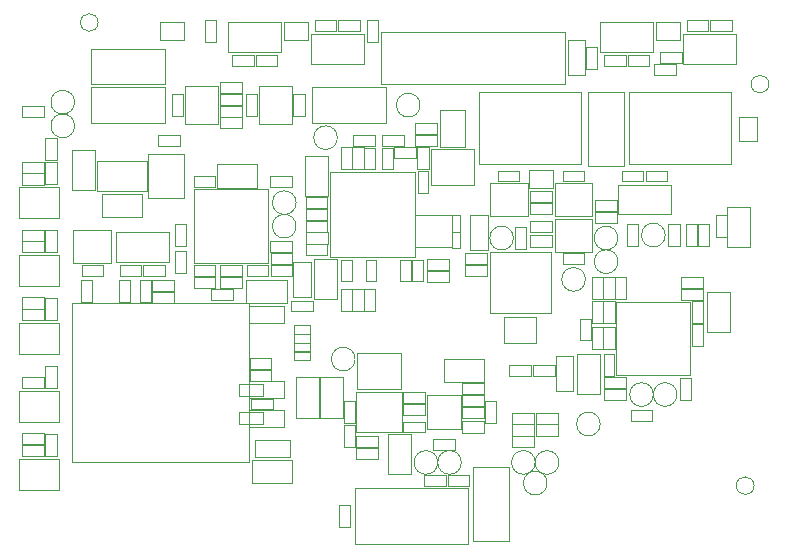
<source format=gbr>
%TF.GenerationSoftware,KiCad,Pcbnew,(5.1.10)-1*%
%TF.CreationDate,2021-08-17T14:43:39+02:00*%
%TF.ProjectId,mowi,6d6f7769-2e6b-4696-9361-645f70636258,v1.0*%
%TF.SameCoordinates,Original*%
%TF.FileFunction,Other,User*%
%FSLAX46Y46*%
G04 Gerber Fmt 4.6, Leading zero omitted, Abs format (unit mm)*
G04 Created by KiCad (PCBNEW (5.1.10)-1) date 2021-08-17 14:43:39*
%MOMM*%
%LPD*%
G01*
G04 APERTURE LIST*
%ADD10C,0.050000*%
G04 APERTURE END LIST*
D10*
%TO.C,U10*%
X117650000Y-77800000D02*
X117650000Y-75200000D01*
X121850000Y-77800000D02*
X121850000Y-75200000D01*
X117650000Y-77800000D02*
X121850000Y-77800000D01*
X117650000Y-75200000D02*
X121850000Y-75200000D01*
%TO.C,U5*%
X144600000Y-76150000D02*
X144600000Y-83350000D01*
X137400000Y-76150000D02*
X144600000Y-76150000D01*
X137400000Y-83350000D02*
X137400000Y-76150000D01*
X144600000Y-83350000D02*
X137400000Y-83350000D01*
%TO.C,U7*%
X150900000Y-88100000D02*
X150900000Y-82900000D01*
X150900000Y-82900000D02*
X156100000Y-82900000D01*
X156100000Y-82900000D02*
X156100000Y-88100000D01*
X156100000Y-88100000D02*
X150900000Y-88100000D01*
%TO.C,Q6*%
X152150000Y-90600000D02*
X154850000Y-90600000D01*
X152150000Y-90600000D02*
X152150000Y-88400000D01*
X154850000Y-88400000D02*
X154850000Y-90600000D01*
X154850000Y-88400000D02*
X152150000Y-88400000D01*
%TO.C,U21*%
X132120000Y-83870000D02*
X125880000Y-83870000D01*
X125880000Y-83870000D02*
X125880000Y-77630000D01*
X125880000Y-77630000D02*
X132120000Y-77630000D01*
X132120000Y-77630000D02*
X132120000Y-83870000D01*
%TO.C,U22*%
X161630000Y-93370000D02*
X161630000Y-87130000D01*
X161630000Y-87130000D02*
X167870000Y-87130000D01*
X167870000Y-87130000D02*
X167870000Y-93370000D01*
X167870000Y-93370000D02*
X161630000Y-93370000D01*
%TO.C,J10*%
X171360000Y-69365000D02*
X162710000Y-69365000D01*
X162710000Y-75515000D02*
X171360000Y-75515000D01*
X162710000Y-69365000D02*
X162710000Y-75515000D01*
X171360000Y-75515000D02*
X171360000Y-69365000D01*
%TO.C,J8*%
X158660000Y-69365000D02*
X150010000Y-69365000D01*
X150010000Y-75515000D02*
X158660000Y-75515000D01*
X150010000Y-69365000D02*
X150010000Y-75515000D01*
X158660000Y-75515000D02*
X158660000Y-69365000D01*
%TO.C,U9*%
X139550000Y-94800000D02*
X143450000Y-94800000D01*
X143450000Y-98200000D02*
X143450000Y-94800000D01*
X143450000Y-98200000D02*
X139550000Y-98200000D01*
X139550000Y-94800000D02*
X139550000Y-98200000D01*
%TO.C,U6*%
X146700000Y-70950000D02*
X146700000Y-74050000D01*
X146700000Y-70950000D02*
X148800000Y-70950000D01*
X148800000Y-74050000D02*
X148800000Y-70950000D01*
X148800000Y-74050000D02*
X146700000Y-74050000D01*
%TO.C,L3*%
X145900000Y-74200000D02*
X149600000Y-74200000D01*
X149600000Y-77300000D02*
X149600000Y-74200000D01*
X149600000Y-77300000D02*
X145900000Y-77300000D01*
X145900000Y-74200000D02*
X145900000Y-77300000D01*
%TO.C,D17*%
X167000200Y-65000000D02*
X167000200Y-63500000D01*
X167000200Y-65000000D02*
X165000200Y-65000000D01*
X165000200Y-63500000D02*
X167000200Y-63500000D01*
X165000200Y-63500000D02*
X165000200Y-65000000D01*
%TO.C,D13*%
X133500200Y-63500000D02*
X133500200Y-65000000D01*
X133500200Y-63500000D02*
X135500200Y-63500000D01*
X135500200Y-65000000D02*
X133500200Y-65000000D01*
X135500200Y-65000000D02*
X135500200Y-63500000D01*
%TO.C,NT1*%
X131700200Y-97500000D02*
X129700200Y-97500000D01*
X131700200Y-96500000D02*
X131700200Y-97500000D01*
X129700200Y-96500000D02*
X131700200Y-96500000D01*
X129700200Y-97500000D02*
X129700200Y-96500000D01*
%TO.C,NT2*%
X131700200Y-95100000D02*
X129700200Y-95100000D01*
X131700200Y-94100000D02*
X131700200Y-95100000D01*
X129700200Y-94100000D02*
X131700200Y-94100000D01*
X129700200Y-95100000D02*
X129700200Y-94100000D01*
%TO.C,U4*%
X130500000Y-87250000D02*
X130500000Y-100750000D01*
X115500000Y-100750000D02*
X130500000Y-100750000D01*
X130500000Y-87250000D02*
X115500000Y-87250000D01*
X115500000Y-100750000D02*
X115500000Y-87250000D01*
%TO.C,D14*%
X156250200Y-77500000D02*
X156250200Y-76000000D01*
X156250200Y-77500000D02*
X154250200Y-77500000D01*
X154250200Y-76000000D02*
X156250200Y-76000000D01*
X154250200Y-76000000D02*
X154250200Y-77500000D01*
%TO.C,C46*%
X136480200Y-93550000D02*
X134520200Y-93550000D01*
X134520200Y-93550000D02*
X134520200Y-96950000D01*
X134520200Y-96950000D02*
X136480200Y-96950000D01*
X136480200Y-96950000D02*
X136480200Y-93550000D01*
%TO.C,C45*%
X117480200Y-74300000D02*
X115520200Y-74300000D01*
X115520200Y-74300000D02*
X115520200Y-77700000D01*
X115520200Y-77700000D02*
X117480200Y-77700000D01*
X117480200Y-77700000D02*
X117480200Y-74300000D01*
%TO.C,C44*%
X138480200Y-93550000D02*
X136520200Y-93550000D01*
X136520200Y-93550000D02*
X136520200Y-96950000D01*
X136520200Y-96950000D02*
X138480200Y-96950000D01*
X138480200Y-96950000D02*
X138480200Y-93550000D01*
%TO.C,C15*%
X130520200Y-93870000D02*
X130520200Y-95330000D01*
X130520200Y-95330000D02*
X133480200Y-95330000D01*
X133480200Y-95330000D02*
X133480200Y-93870000D01*
X133480200Y-93870000D02*
X130520200Y-93870000D01*
%TO.C,C11*%
X130520200Y-96270000D02*
X130520200Y-97730000D01*
X130520200Y-97730000D02*
X133480200Y-97730000D01*
X133480200Y-97730000D02*
X133480200Y-96270000D01*
X133480200Y-96270000D02*
X130520200Y-96270000D01*
%TO.C,U20*%
X160250000Y-66000000D02*
X164750000Y-66000000D01*
X160250000Y-63500000D02*
X160250000Y-66000000D01*
X164750000Y-63500000D02*
X160250000Y-63500000D01*
X164750000Y-66000000D02*
X164750000Y-63500000D01*
%TO.C,U18*%
X171750000Y-64500000D02*
X167250000Y-64500000D01*
X171750000Y-67000000D02*
X171750000Y-64500000D01*
X167250000Y-67000000D02*
X171750000Y-67000000D01*
X167250000Y-64500000D02*
X167250000Y-67000000D01*
%TO.C,U15*%
X128750000Y-66000000D02*
X133250000Y-66000000D01*
X128750000Y-63500000D02*
X128750000Y-66000000D01*
X133250000Y-63500000D02*
X128750000Y-63500000D01*
X133250000Y-66000000D02*
X133250000Y-63500000D01*
%TO.C,U13*%
X140250000Y-64500000D02*
X135750000Y-64500000D01*
X140250000Y-67000000D02*
X140250000Y-64500000D01*
X135750000Y-67000000D02*
X140250000Y-67000000D01*
X135750000Y-64500000D02*
X135750000Y-67000000D01*
%TO.C,U2*%
X119250000Y-83750000D02*
X123750000Y-83750000D01*
X119250000Y-81250000D02*
X119250000Y-83750000D01*
X123750000Y-81250000D02*
X119250000Y-81250000D01*
X123750000Y-83750000D02*
X123750000Y-81250000D01*
%TO.C,U14*%
X166250000Y-77250000D02*
X161750000Y-77250000D01*
X166250000Y-79750000D02*
X166250000Y-77250000D01*
X161750000Y-79750000D02*
X166250000Y-79750000D01*
X161750000Y-77250000D02*
X161750000Y-79750000D01*
%TO.C,Y1*%
X147700000Y-79800000D02*
X144600000Y-79800000D01*
X144600000Y-82500000D02*
X144600000Y-79800000D01*
X144600000Y-82500000D02*
X147700000Y-82500000D01*
X147700000Y-79800000D02*
X147700000Y-82500000D01*
%TO.C,FB1*%
X131020000Y-98855000D02*
X131020000Y-100315000D01*
X131020000Y-100315000D02*
X133980000Y-100315000D01*
X133980000Y-100315000D02*
X133980000Y-98855000D01*
X133980000Y-98855000D02*
X131020000Y-98855000D01*
%TO.C,TP7*%
X152900000Y-81750000D02*
G75*
G03*
X152900000Y-81750000I-1000000J0D01*
G01*
%TO.C,R37*%
X146430000Y-73970000D02*
X146430000Y-73030000D01*
X146430000Y-73030000D02*
X144570000Y-73030000D01*
X144570000Y-73030000D02*
X144570000Y-73970000D01*
X144570000Y-73970000D02*
X146430000Y-73970000D01*
%TO.C,R36*%
X144570000Y-72030000D02*
X144570000Y-72970000D01*
X144570000Y-72970000D02*
X146430000Y-72970000D01*
X146430000Y-72970000D02*
X146430000Y-72030000D01*
X146430000Y-72030000D02*
X144570000Y-72030000D01*
%TO.C,R78*%
X134180000Y-82970000D02*
X134180000Y-82030000D01*
X134180000Y-82030000D02*
X132320000Y-82030000D01*
X132320000Y-82030000D02*
X132320000Y-82970000D01*
X132320000Y-82970000D02*
X134180000Y-82970000D01*
%TO.C,R72*%
X164680000Y-97220000D02*
X164680000Y-96280000D01*
X164680000Y-96280000D02*
X162820000Y-96280000D01*
X162820000Y-96280000D02*
X162820000Y-97220000D01*
X162820000Y-97220000D02*
X164680000Y-97220000D01*
%TO.C,J13*%
X141700000Y-68680000D02*
X157300000Y-68680000D01*
X141700000Y-68680000D02*
X141700000Y-64320000D01*
X157300000Y-64320000D02*
X141700000Y-64320000D01*
X157300000Y-64320000D02*
X157300000Y-68680000D01*
%TO.C,D9*%
X162250000Y-75650000D02*
X162250000Y-69350000D01*
X162250000Y-69350000D02*
X159250000Y-69350000D01*
X159250000Y-69350000D02*
X159250000Y-75650000D01*
X162250000Y-75650000D02*
X159250000Y-75650000D01*
%TO.C,R67*%
X138130000Y-106180000D02*
X139070000Y-106180000D01*
X139070000Y-106180000D02*
X139070000Y-104320000D01*
X139070000Y-104320000D02*
X138130000Y-104320000D01*
X138130000Y-104320000D02*
X138130000Y-106180000D01*
%TO.C,J12*%
X139500000Y-102910000D02*
X149100000Y-102910000D01*
X149100000Y-107690000D02*
X139500000Y-107690000D01*
X139500000Y-102910000D02*
X139500000Y-107690000D01*
X149100000Y-107690000D02*
X149100000Y-102910000D01*
%TO.C,D16*%
X172000000Y-73500000D02*
X173500000Y-73500000D01*
X172000000Y-73500000D02*
X172000000Y-71500000D01*
X173500000Y-71500000D02*
X173500000Y-73500000D01*
X173500000Y-71500000D02*
X172000000Y-71500000D01*
%TO.C,R76*%
X168030000Y-90930000D02*
X168970000Y-90930000D01*
X168970000Y-90930000D02*
X168970000Y-89070000D01*
X168970000Y-89070000D02*
X168030000Y-89070000D01*
X168030000Y-89070000D02*
X168030000Y-90930000D01*
%TO.C,R75*%
X168930000Y-86970000D02*
X168930000Y-86030000D01*
X168930000Y-86030000D02*
X167070000Y-86030000D01*
X167070000Y-86030000D02*
X167070000Y-86970000D01*
X167070000Y-86970000D02*
X168930000Y-86970000D01*
%TO.C,R74*%
X168930000Y-85970000D02*
X168930000Y-85030000D01*
X168930000Y-85030000D02*
X167070000Y-85030000D01*
X167070000Y-85030000D02*
X167070000Y-85970000D01*
X167070000Y-85970000D02*
X168930000Y-85970000D01*
%TO.C,FID6*%
X173280000Y-102720000D02*
G75*
G03*
X173280000Y-102720000I-750000J0D01*
G01*
%TO.C,FID5*%
X117750000Y-63500000D02*
G75*
G03*
X117750000Y-63500000I-750000J0D01*
G01*
%TO.C,FID4*%
X174530000Y-68720000D02*
G75*
G03*
X174530000Y-68720000I-750000J0D01*
G01*
%TO.C,R12*%
X120470200Y-85320000D02*
X119530200Y-85320000D01*
X119530200Y-85320000D02*
X119530200Y-87180000D01*
X119530200Y-87180000D02*
X120470200Y-87180000D01*
X120470200Y-87180000D02*
X120470200Y-85320000D01*
%TO.C,C79*%
X134300000Y-89150000D02*
X134300000Y-89850000D01*
X134300000Y-89850000D02*
X135700000Y-89850000D01*
X135700000Y-89850000D02*
X135700000Y-89150000D01*
X135700000Y-89150000D02*
X134300000Y-89150000D01*
%TO.C,C78*%
X134300000Y-89900000D02*
X134300000Y-90600000D01*
X134300000Y-90600000D02*
X135700000Y-90600000D01*
X135700000Y-90600000D02*
X135700000Y-89900000D01*
X135700000Y-89900000D02*
X134300000Y-89900000D01*
%TO.C,C77*%
X134300000Y-90650000D02*
X134300000Y-91350000D01*
X134300000Y-91350000D02*
X135700000Y-91350000D01*
X135700000Y-91350000D02*
X135700000Y-90650000D01*
X135700000Y-90650000D02*
X134300000Y-90650000D01*
%TO.C,C76*%
X134300000Y-91400000D02*
X134300000Y-92100000D01*
X134300000Y-92100000D02*
X135700000Y-92100000D01*
X135700000Y-92100000D02*
X135700000Y-91400000D01*
X135700000Y-91400000D02*
X134300000Y-91400000D01*
%TO.C,R11*%
X117220200Y-85320000D02*
X116280200Y-85320000D01*
X116280200Y-85320000D02*
X116280200Y-87180000D01*
X116280200Y-87180000D02*
X117220200Y-87180000D01*
X117220200Y-87180000D02*
X117220200Y-85320000D01*
%TO.C,C14*%
X130590000Y-92940000D02*
X130590000Y-93860000D01*
X130590000Y-93860000D02*
X132410000Y-93860000D01*
X132410000Y-93860000D02*
X132410000Y-92940000D01*
X132410000Y-92940000D02*
X130590000Y-92940000D01*
%TO.C,C13*%
X130590000Y-91940000D02*
X130590000Y-92860000D01*
X130590000Y-92860000D02*
X132410000Y-92860000D01*
X132410000Y-92860000D02*
X132410000Y-91940000D01*
X132410000Y-91940000D02*
X130590000Y-91940000D01*
%TO.C,C9*%
X122340000Y-86290000D02*
X122340000Y-87210000D01*
X122340000Y-87210000D02*
X124160000Y-87210000D01*
X124160000Y-87210000D02*
X124160000Y-86290000D01*
X124160000Y-86290000D02*
X122340000Y-86290000D01*
%TO.C,C7*%
X121290000Y-87160000D02*
X122210000Y-87160000D01*
X122210000Y-87160000D02*
X122210000Y-85340000D01*
X122210000Y-85340000D02*
X121290000Y-85340000D01*
X121290000Y-85340000D02*
X121290000Y-87160000D01*
%TO.C,R70*%
X129930000Y-70470000D02*
X129930000Y-69530000D01*
X129930000Y-69530000D02*
X128070000Y-69530000D01*
X128070000Y-69530000D02*
X128070000Y-70470000D01*
X128070000Y-70470000D02*
X129930000Y-70470000D01*
%TO.C,L5*%
X122000200Y-74650000D02*
X122000200Y-78350000D01*
X125000200Y-78350000D02*
X122000200Y-78350000D01*
X122000200Y-74650000D02*
X125000200Y-74650000D01*
X125000200Y-78350000D02*
X125000200Y-74650000D01*
%TO.C,C28*%
X141310000Y-83590000D02*
X140390000Y-83590000D01*
X140390000Y-83590000D02*
X140390000Y-85410000D01*
X140390000Y-85410000D02*
X141310000Y-85410000D01*
X141310000Y-85410000D02*
X141310000Y-83590000D01*
%TO.C,TP12*%
X155750000Y-102500000D02*
G75*
G03*
X155750000Y-102500000I-1000000J0D01*
G01*
%TO.C,R54*%
X151470000Y-95570000D02*
X150530000Y-95570000D01*
X150530000Y-95570000D02*
X150530000Y-97430000D01*
X150530000Y-97430000D02*
X151470000Y-97430000D01*
X151470000Y-97430000D02*
X151470000Y-95570000D01*
%TO.C,C19*%
X148400000Y-79800000D02*
X147700000Y-79800000D01*
X147700000Y-79800000D02*
X147700000Y-81200000D01*
X147700000Y-81200000D02*
X148400000Y-81200000D01*
X148400000Y-81200000D02*
X148400000Y-79800000D01*
%TO.C,C18*%
X147700000Y-82600000D02*
X148400000Y-82600000D01*
X148400000Y-82600000D02*
X148400000Y-81200000D01*
X148400000Y-81200000D02*
X147700000Y-81200000D01*
X147700000Y-81200000D02*
X147700000Y-82600000D01*
%TO.C,D12*%
X149500000Y-101100000D02*
X149500000Y-107400000D01*
X149500000Y-107400000D02*
X152500000Y-107400000D01*
X152500000Y-107400000D02*
X152500000Y-101100000D01*
X149500000Y-101100000D02*
X152500000Y-101100000D01*
%TO.C,D8*%
X117100000Y-68750000D02*
X123400000Y-68750000D01*
X123400000Y-68750000D02*
X123400000Y-65750000D01*
X123400000Y-65750000D02*
X117100000Y-65750000D01*
X117100000Y-68750000D02*
X117100000Y-65750000D01*
%TO.C,TP11*%
X148500000Y-100750000D02*
G75*
G03*
X148500000Y-100750000I-1000000J0D01*
G01*
%TO.C,D11*%
X135850000Y-72000000D02*
X142150000Y-72000000D01*
X142150000Y-72000000D02*
X142150000Y-69000000D01*
X142150000Y-69000000D02*
X135850000Y-69000000D01*
X135850000Y-72000000D02*
X135850000Y-69000000D01*
%TO.C,D10*%
X117100000Y-72000000D02*
X123400000Y-72000000D01*
X123400000Y-72000000D02*
X123400000Y-69000000D01*
X123400000Y-69000000D02*
X117100000Y-69000000D01*
X117100000Y-72000000D02*
X117100000Y-69000000D01*
%TO.C,C34*%
X149270000Y-82730000D02*
X150730000Y-82730000D01*
X150730000Y-82730000D02*
X150730000Y-79770000D01*
X150730000Y-79770000D02*
X149270000Y-79770000D01*
X149270000Y-79770000D02*
X149270000Y-82730000D01*
%TO.C,C71*%
X169270000Y-89700000D02*
X171230000Y-89700000D01*
X171230000Y-89700000D02*
X171230000Y-86300000D01*
X171230000Y-86300000D02*
X169270000Y-86300000D01*
X169270000Y-86300000D02*
X169270000Y-89700000D01*
%TO.C,C70*%
X127800000Y-75520000D02*
X127800000Y-77480000D01*
X127800000Y-77480000D02*
X131200000Y-77480000D01*
X131200000Y-77480000D02*
X131200000Y-75520000D01*
X131200000Y-75520000D02*
X127800000Y-75520000D01*
%TO.C,C67*%
X160230000Y-91550000D02*
X158270000Y-91550000D01*
X158270000Y-91550000D02*
X158270000Y-94950000D01*
X158270000Y-94950000D02*
X160230000Y-94950000D01*
X160230000Y-94950000D02*
X160230000Y-91550000D01*
%TO.C,C66*%
X130300000Y-85270000D02*
X130300000Y-87230000D01*
X130300000Y-87230000D02*
X133700000Y-87230000D01*
X133700000Y-87230000D02*
X133700000Y-85270000D01*
X133700000Y-85270000D02*
X130300000Y-85270000D01*
%TO.C,C43*%
X121450000Y-79980000D02*
X121450000Y-78020000D01*
X121450000Y-78020000D02*
X118050000Y-78020000D01*
X118050000Y-78020000D02*
X118050000Y-79980000D01*
X118050000Y-79980000D02*
X121450000Y-79980000D01*
%TO.C,C42*%
X144230000Y-98300000D02*
X142270000Y-98300000D01*
X142270000Y-98300000D02*
X142270000Y-101700000D01*
X142270000Y-101700000D02*
X144230000Y-101700000D01*
X144230000Y-101700000D02*
X144230000Y-98300000D01*
%TO.C,C33*%
X135270000Y-78200000D02*
X137230000Y-78200000D01*
X137230000Y-78200000D02*
X137230000Y-74800000D01*
X137230000Y-74800000D02*
X135270000Y-74800000D01*
X135270000Y-74800000D02*
X135270000Y-78200000D01*
%TO.C,C29*%
X137980000Y-83550000D02*
X136020000Y-83550000D01*
X136020000Y-83550000D02*
X136020000Y-86950000D01*
X136020000Y-86950000D02*
X137980000Y-86950000D01*
X137980000Y-86950000D02*
X137980000Y-83550000D01*
%TO.C,C23*%
X158980000Y-65020000D02*
X157520000Y-65020000D01*
X157520000Y-65020000D02*
X157520000Y-67980000D01*
X157520000Y-67980000D02*
X158980000Y-67980000D01*
X158980000Y-67980000D02*
X158980000Y-65020000D01*
%TO.C,C12*%
X130800000Y-100510000D02*
X130800000Y-102470000D01*
X130800000Y-102470000D02*
X134200000Y-102470000D01*
X134200000Y-102470000D02*
X134200000Y-100510000D01*
X134200000Y-100510000D02*
X130800000Y-100510000D01*
%TO.C,C2*%
X170970000Y-82550000D02*
X172930000Y-82550000D01*
X172930000Y-82550000D02*
X172930000Y-79150000D01*
X172930000Y-79150000D02*
X170970000Y-79150000D01*
X170970000Y-79150000D02*
X170970000Y-82550000D01*
%TO.C,C1*%
X150450000Y-93980000D02*
X150450000Y-92020000D01*
X150450000Y-92020000D02*
X147050000Y-92020000D01*
X147050000Y-92020000D02*
X147050000Y-93980000D01*
X147050000Y-93980000D02*
X150450000Y-93980000D01*
%TO.C,U19*%
X134150000Y-72100000D02*
X131350000Y-72100000D01*
X131350000Y-68900000D02*
X134150000Y-68900000D01*
X131350000Y-68900000D02*
X131350000Y-72100000D01*
X134150000Y-68900000D02*
X134150000Y-72100000D01*
%TO.C,U17*%
X150900000Y-79900000D02*
X150900000Y-77100000D01*
X154100000Y-77100000D02*
X154100000Y-79900000D01*
X154100000Y-77100000D02*
X150900000Y-77100000D01*
X154100000Y-79900000D02*
X150900000Y-79900000D01*
%TO.C,U16*%
X159600000Y-80100000D02*
X159600000Y-82900000D01*
X156400000Y-82900000D02*
X156400000Y-80100000D01*
X156400000Y-82900000D02*
X159600000Y-82900000D01*
X156400000Y-80100000D02*
X159600000Y-80100000D01*
%TO.C,U12*%
X156400000Y-79900000D02*
X156400000Y-77100000D01*
X159600000Y-77100000D02*
X159600000Y-79900000D01*
X159600000Y-77100000D02*
X156400000Y-77100000D01*
X159600000Y-79900000D02*
X156400000Y-79900000D01*
%TO.C,U11*%
X127900000Y-72105000D02*
X125100000Y-72105000D01*
X125100000Y-68905000D02*
X127900000Y-68905000D01*
X125100000Y-68905000D02*
X125100000Y-72105000D01*
X127900000Y-68905000D02*
X127900000Y-72105000D01*
%TO.C,U8*%
X148450000Y-95050000D02*
X145550000Y-95050000D01*
X145550000Y-97950000D02*
X145550000Y-95050000D01*
X145550000Y-97950000D02*
X148450000Y-97950000D01*
X148450000Y-95050000D02*
X148450000Y-97950000D01*
%TO.C,U3*%
X118850000Y-81100000D02*
X118850000Y-83900000D01*
X115650000Y-83900000D02*
X115650000Y-81100000D01*
X115650000Y-83900000D02*
X118850000Y-83900000D01*
X115650000Y-81100000D02*
X118850000Y-81100000D01*
%TO.C,TP20*%
X164750000Y-95000000D02*
G75*
G03*
X164750000Y-95000000I-1000000J0D01*
G01*
%TO.C,TP19*%
X134500000Y-80750000D02*
G75*
G03*
X134500000Y-80750000I-1000000J0D01*
G01*
%TO.C,TP18*%
X166750000Y-95000000D02*
G75*
G03*
X166750000Y-95000000I-1000000J0D01*
G01*
%TO.C,TP17*%
X134500000Y-78750000D02*
G75*
G03*
X134500000Y-78750000I-1000000J0D01*
G01*
%TO.C,TP15*%
X115750000Y-72250000D02*
G75*
G03*
X115750000Y-72250000I-1000000J0D01*
G01*
%TO.C,TP16*%
X139500000Y-92000000D02*
G75*
G03*
X139500000Y-92000000I-1000000J0D01*
G01*
%TO.C,TP14*%
X115750000Y-70250000D02*
G75*
G03*
X115750000Y-70250000I-1000000J0D01*
G01*
%TO.C,TP13*%
X146500000Y-100750000D02*
G75*
G03*
X146500000Y-100750000I-1000000J0D01*
G01*
%TO.C,TP10*%
X161750000Y-83750000D02*
G75*
G03*
X161750000Y-83750000I-1000000J0D01*
G01*
%TO.C,TP9*%
X161750000Y-81750000D02*
G75*
G03*
X161750000Y-81750000I-1000000J0D01*
G01*
%TO.C,TP8*%
X159000000Y-85250000D02*
G75*
G03*
X159000000Y-85250000I-1000000J0D01*
G01*
%TO.C,TP6*%
X145000000Y-70500000D02*
G75*
G03*
X145000000Y-70500000I-1000000J0D01*
G01*
%TO.C,TP5*%
X138000000Y-73250000D02*
G75*
G03*
X138000000Y-73250000I-1000000J0D01*
G01*
%TO.C,TP4*%
X160250000Y-97500000D02*
G75*
G03*
X160250000Y-97500000I-1000000J0D01*
G01*
%TO.C,TP3*%
X156750000Y-100750000D02*
G75*
G03*
X156750000Y-100750000I-1000000J0D01*
G01*
%TO.C,TP2*%
X165750000Y-81500000D02*
G75*
G03*
X165750000Y-81500000I-1000000J0D01*
G01*
%TO.C,TP1*%
X154750000Y-100750000D02*
G75*
G03*
X154750000Y-100750000I-1000000J0D01*
G01*
%TO.C,R88*%
X160470000Y-87070000D02*
X159530000Y-87070000D01*
X159530000Y-87070000D02*
X159530000Y-88930000D01*
X159530000Y-88930000D02*
X160470000Y-88930000D01*
X160470000Y-88930000D02*
X160470000Y-87070000D01*
%TO.C,R87*%
X161470000Y-87070000D02*
X160530000Y-87070000D01*
X160530000Y-87070000D02*
X160530000Y-88930000D01*
X160530000Y-88930000D02*
X161470000Y-88930000D01*
X161470000Y-88930000D02*
X161470000Y-87070000D01*
%TO.C,R86*%
X161470000Y-89320000D02*
X160530000Y-89320000D01*
X160530000Y-89320000D02*
X160530000Y-91180000D01*
X160530000Y-91180000D02*
X161470000Y-91180000D01*
X161470000Y-91180000D02*
X161470000Y-89320000D01*
%TO.C,R85*%
X160470000Y-89320000D02*
X159530000Y-89320000D01*
X159530000Y-89320000D02*
X159530000Y-91180000D01*
X159530000Y-91180000D02*
X160470000Y-91180000D01*
X160470000Y-91180000D02*
X160470000Y-89320000D01*
%TO.C,R84*%
X128070000Y-84030000D02*
X128070000Y-84970000D01*
X128070000Y-84970000D02*
X129930000Y-84970000D01*
X129930000Y-84970000D02*
X129930000Y-84030000D01*
X129930000Y-84030000D02*
X128070000Y-84030000D01*
%TO.C,R83*%
X128070000Y-85030000D02*
X128070000Y-85970000D01*
X128070000Y-85970000D02*
X129930000Y-85970000D01*
X129930000Y-85970000D02*
X129930000Y-85030000D01*
X129930000Y-85030000D02*
X128070000Y-85030000D01*
%TO.C,R82*%
X125820000Y-85030000D02*
X125820000Y-85970000D01*
X125820000Y-85970000D02*
X127680000Y-85970000D01*
X127680000Y-85970000D02*
X127680000Y-85030000D01*
X127680000Y-85030000D02*
X125820000Y-85030000D01*
%TO.C,R81*%
X125820000Y-84030000D02*
X125820000Y-84970000D01*
X125820000Y-84970000D02*
X127680000Y-84970000D01*
X127680000Y-84970000D02*
X127680000Y-84030000D01*
X127680000Y-84030000D02*
X125820000Y-84030000D01*
%TO.C,R80*%
X160530000Y-86930000D02*
X161470000Y-86930000D01*
X161470000Y-86930000D02*
X161470000Y-85070000D01*
X161470000Y-85070000D02*
X160530000Y-85070000D01*
X160530000Y-85070000D02*
X160530000Y-86930000D01*
%TO.C,R79*%
X125220000Y-82820000D02*
X124280000Y-82820000D01*
X124280000Y-82820000D02*
X124280000Y-84680000D01*
X124280000Y-84680000D02*
X125220000Y-84680000D01*
X125220000Y-84680000D02*
X125220000Y-82820000D01*
%TO.C,R77*%
X167970000Y-93580000D02*
X167030000Y-93580000D01*
X167030000Y-93580000D02*
X167030000Y-95440000D01*
X167030000Y-95440000D02*
X167970000Y-95440000D01*
X167970000Y-95440000D02*
X167970000Y-93580000D01*
%TO.C,R73*%
X134180000Y-77470000D02*
X134180000Y-76530000D01*
X134180000Y-76530000D02*
X132320000Y-76530000D01*
X132320000Y-76530000D02*
X132320000Y-77470000D01*
X132320000Y-77470000D02*
X134180000Y-77470000D01*
%TO.C,R71*%
X124680000Y-73970000D02*
X124680000Y-73030000D01*
X124680000Y-73030000D02*
X122820000Y-73030000D01*
X122820000Y-73030000D02*
X122820000Y-73970000D01*
X122820000Y-73970000D02*
X124680000Y-73970000D01*
%TO.C,R69*%
X129930000Y-69470000D02*
X129930000Y-68530000D01*
X129930000Y-68530000D02*
X128070000Y-68530000D01*
X128070000Y-68530000D02*
X128070000Y-69470000D01*
X128070000Y-69470000D02*
X129930000Y-69470000D01*
%TO.C,R68*%
X135220000Y-69570000D02*
X134280000Y-69570000D01*
X134280000Y-69570000D02*
X134280000Y-71430000D01*
X134280000Y-71430000D02*
X135220000Y-71430000D01*
X135220000Y-71430000D02*
X135220000Y-69570000D01*
%TO.C,R66*%
X154320000Y-77780000D02*
X154320000Y-78720000D01*
X154320000Y-78720000D02*
X156180000Y-78720000D01*
X156180000Y-78720000D02*
X156180000Y-77780000D01*
X156180000Y-77780000D02*
X154320000Y-77780000D01*
%TO.C,R65*%
X156180000Y-82470000D02*
X156180000Y-81530000D01*
X156180000Y-81530000D02*
X154320000Y-81530000D01*
X154320000Y-81530000D02*
X154320000Y-82470000D01*
X154320000Y-82470000D02*
X156180000Y-82470000D01*
%TO.C,R64*%
X154320000Y-78780000D02*
X154320000Y-79720000D01*
X154320000Y-79720000D02*
X156180000Y-79720000D01*
X156180000Y-79720000D02*
X156180000Y-78780000D01*
X156180000Y-78780000D02*
X154320000Y-78780000D01*
%TO.C,R63*%
X156180000Y-81220000D02*
X156180000Y-80280000D01*
X156180000Y-80280000D02*
X154320000Y-80280000D01*
X154320000Y-80280000D02*
X154320000Y-81220000D01*
X154320000Y-81220000D02*
X156180000Y-81220000D01*
%TO.C,R62*%
X159820000Y-78530000D02*
X159820000Y-79470000D01*
X159820000Y-79470000D02*
X161680000Y-79470000D01*
X161680000Y-79470000D02*
X161680000Y-78530000D01*
X161680000Y-78530000D02*
X159820000Y-78530000D01*
%TO.C,R61*%
X128070000Y-71530000D02*
X128070000Y-72470000D01*
X128070000Y-72470000D02*
X129930000Y-72470000D01*
X129930000Y-72470000D02*
X129930000Y-71530000D01*
X129930000Y-71530000D02*
X128070000Y-71530000D01*
%TO.C,R60*%
X159820000Y-79530000D02*
X159820000Y-80470000D01*
X159820000Y-80470000D02*
X161680000Y-80470000D01*
X161680000Y-80470000D02*
X161680000Y-79530000D01*
X161680000Y-79530000D02*
X159820000Y-79530000D01*
%TO.C,R59*%
X128070000Y-70530000D02*
X128070000Y-71470000D01*
X128070000Y-71470000D02*
X129930000Y-71470000D01*
X129930000Y-71470000D02*
X129930000Y-70530000D01*
X129930000Y-70530000D02*
X128070000Y-70530000D01*
%TO.C,R58*%
X139470000Y-97570000D02*
X138530000Y-97570000D01*
X138530000Y-97570000D02*
X138530000Y-99430000D01*
X138530000Y-99430000D02*
X139470000Y-99430000D01*
X139470000Y-99430000D02*
X139470000Y-97570000D01*
%TO.C,R57*%
X139470000Y-95570000D02*
X138530000Y-95570000D01*
X138530000Y-95570000D02*
X138530000Y-97430000D01*
X138530000Y-97430000D02*
X139470000Y-97430000D01*
X139470000Y-97430000D02*
X139470000Y-95570000D01*
%TO.C,R56*%
X139570000Y-98530000D02*
X139570000Y-99470000D01*
X139570000Y-99470000D02*
X141430000Y-99470000D01*
X141430000Y-99470000D02*
X141430000Y-98530000D01*
X141430000Y-98530000D02*
X139570000Y-98530000D01*
%TO.C,R55*%
X139570000Y-99530000D02*
X139570000Y-100470000D01*
X139570000Y-100470000D02*
X141430000Y-100470000D01*
X141430000Y-100470000D02*
X141430000Y-99530000D01*
X141430000Y-99530000D02*
X139570000Y-99530000D01*
%TO.C,R53*%
X148570000Y-96030000D02*
X148570000Y-96970000D01*
X148570000Y-96970000D02*
X150430000Y-96970000D01*
X150430000Y-96970000D02*
X150430000Y-96030000D01*
X150430000Y-96030000D02*
X148570000Y-96030000D01*
%TO.C,R52*%
X148570000Y-97280000D02*
X148570000Y-98220000D01*
X148570000Y-98220000D02*
X150430000Y-98220000D01*
X150430000Y-98220000D02*
X150430000Y-97280000D01*
X150430000Y-97280000D02*
X148570000Y-97280000D01*
%TO.C,R51*%
X146070000Y-98780000D02*
X146070000Y-99720000D01*
X146070000Y-99720000D02*
X147930000Y-99720000D01*
X147930000Y-99720000D02*
X147930000Y-98780000D01*
X147930000Y-98780000D02*
X146070000Y-98780000D01*
%TO.C,R50*%
X145430000Y-96720000D02*
X145430000Y-95780000D01*
X145430000Y-95780000D02*
X143570000Y-95780000D01*
X143570000Y-95780000D02*
X143570000Y-96720000D01*
X143570000Y-96720000D02*
X145430000Y-96720000D01*
%TO.C,R49*%
X148570000Y-95030000D02*
X148570000Y-95970000D01*
X148570000Y-95970000D02*
X150430000Y-95970000D01*
X150430000Y-95970000D02*
X150430000Y-95030000D01*
X150430000Y-95030000D02*
X148570000Y-95030000D01*
%TO.C,R48*%
X148570000Y-94030000D02*
X148570000Y-94970000D01*
X148570000Y-94970000D02*
X150430000Y-94970000D01*
X150430000Y-94970000D02*
X150430000Y-94030000D01*
X150430000Y-94030000D02*
X148570000Y-94030000D01*
%TO.C,R47*%
X168470000Y-80570000D02*
X167530000Y-80570000D01*
X167530000Y-80570000D02*
X167530000Y-82430000D01*
X167530000Y-82430000D02*
X168470000Y-82430000D01*
X168470000Y-82430000D02*
X168470000Y-80570000D01*
%TO.C,R46*%
X153970000Y-80820000D02*
X153030000Y-80820000D01*
X153030000Y-80820000D02*
X153030000Y-82680000D01*
X153030000Y-82680000D02*
X153970000Y-82680000D01*
X153970000Y-82680000D02*
X153970000Y-80820000D01*
%TO.C,R43*%
X139220000Y-83570000D02*
X138280000Y-83570000D01*
X138280000Y-83570000D02*
X138280000Y-85430000D01*
X138280000Y-85430000D02*
X139220000Y-85430000D01*
X139220000Y-85430000D02*
X139220000Y-83570000D01*
%TO.C,R42*%
X139220000Y-86070000D02*
X138280000Y-86070000D01*
X138280000Y-86070000D02*
X138280000Y-87930000D01*
X138280000Y-87930000D02*
X139220000Y-87930000D01*
X139220000Y-87930000D02*
X139220000Y-86070000D01*
%TO.C,R41*%
X140220000Y-86070000D02*
X139280000Y-86070000D01*
X139280000Y-86070000D02*
X139280000Y-87930000D01*
X139280000Y-87930000D02*
X140220000Y-87930000D01*
X140220000Y-87930000D02*
X140220000Y-86070000D01*
%TO.C,R40*%
X141220000Y-86070000D02*
X140280000Y-86070000D01*
X140280000Y-86070000D02*
X140280000Y-87930000D01*
X140280000Y-87930000D02*
X141220000Y-87930000D01*
X141220000Y-87930000D02*
X141220000Y-86070000D01*
%TO.C,R45*%
X138280000Y-75930000D02*
X139220000Y-75930000D01*
X139220000Y-75930000D02*
X139220000Y-74070000D01*
X139220000Y-74070000D02*
X138280000Y-74070000D01*
X138280000Y-74070000D02*
X138280000Y-75930000D01*
%TO.C,R44*%
X137180000Y-82220000D02*
X137180000Y-81280000D01*
X137180000Y-81280000D02*
X135320000Y-81280000D01*
X135320000Y-81280000D02*
X135320000Y-82220000D01*
X135320000Y-82220000D02*
X137180000Y-82220000D01*
%TO.C,R39*%
X144280200Y-85430000D02*
X145220200Y-85430000D01*
X145220200Y-85430000D02*
X145220200Y-83570000D01*
X145220200Y-83570000D02*
X144280200Y-83570000D01*
X144280200Y-83570000D02*
X144280200Y-85430000D01*
%TO.C,R38*%
X144780000Y-75930000D02*
X145720000Y-75930000D01*
X145720000Y-75930000D02*
X145720000Y-74070000D01*
X145720000Y-74070000D02*
X144780000Y-74070000D01*
X144780000Y-74070000D02*
X144780000Y-75930000D01*
%TO.C,R35*%
X139280000Y-75930000D02*
X140220000Y-75930000D01*
X140220000Y-75930000D02*
X140220000Y-74070000D01*
X140220000Y-74070000D02*
X139280000Y-74070000D01*
X139280000Y-74070000D02*
X139280000Y-75930000D01*
%TO.C,R34*%
X141820000Y-73030000D02*
X141820000Y-73970000D01*
X141820000Y-73970000D02*
X143680000Y-73970000D01*
X143680000Y-73970000D02*
X143680000Y-73030000D01*
X143680000Y-73030000D02*
X141820000Y-73030000D01*
%TO.C,R33*%
X141180000Y-73970000D02*
X141180000Y-73030000D01*
X141180000Y-73030000D02*
X139320000Y-73030000D01*
X139320000Y-73030000D02*
X139320000Y-73970000D01*
X139320000Y-73970000D02*
X141180000Y-73970000D01*
%TO.C,R32*%
X144680000Y-74970000D02*
X144680000Y-74030000D01*
X144680000Y-74030000D02*
X142820000Y-74030000D01*
X142820000Y-74030000D02*
X142820000Y-74970000D01*
X142820000Y-74970000D02*
X144680000Y-74970000D01*
%TO.C,R31*%
X113180000Y-99220000D02*
X113180000Y-98280000D01*
X113180000Y-98280000D02*
X111320000Y-98280000D01*
X111320000Y-98280000D02*
X111320000Y-99220000D01*
X111320000Y-99220000D02*
X113180000Y-99220000D01*
%TO.C,R30*%
X113280000Y-100180000D02*
X114220000Y-100180000D01*
X114220000Y-100180000D02*
X114220000Y-98320000D01*
X114220000Y-98320000D02*
X113280000Y-98320000D01*
X113280000Y-98320000D02*
X113280000Y-100180000D01*
%TO.C,R29*%
X113190000Y-100220000D02*
X113190000Y-99280000D01*
X113190000Y-99280000D02*
X111330000Y-99280000D01*
X111330000Y-99280000D02*
X111330000Y-100220000D01*
X111330000Y-100220000D02*
X113190000Y-100220000D01*
%TO.C,R28*%
X113280000Y-94430000D02*
X114220000Y-94430000D01*
X114220000Y-94430000D02*
X114220000Y-92570000D01*
X114220000Y-92570000D02*
X113280000Y-92570000D01*
X113280000Y-92570000D02*
X113280000Y-94430000D01*
%TO.C,R27*%
X113180000Y-94470000D02*
X113180000Y-93530000D01*
X113180000Y-93530000D02*
X111320000Y-93530000D01*
X111320000Y-93530000D02*
X111320000Y-94470000D01*
X111320000Y-94470000D02*
X113180000Y-94470000D01*
%TO.C,R26*%
X113180000Y-87720000D02*
X113180000Y-86780000D01*
X113180000Y-86780000D02*
X111320000Y-86780000D01*
X111320000Y-86780000D02*
X111320000Y-87720000D01*
X111320000Y-87720000D02*
X113180000Y-87720000D01*
%TO.C,R25*%
X113180000Y-81970000D02*
X113180000Y-81030000D01*
X113180000Y-81030000D02*
X111320000Y-81030000D01*
X111320000Y-81030000D02*
X111320000Y-81970000D01*
X111320000Y-81970000D02*
X113180000Y-81970000D01*
%TO.C,R24*%
X113280000Y-88680000D02*
X114220000Y-88680000D01*
X114220000Y-88680000D02*
X114220000Y-86820000D01*
X114220000Y-86820000D02*
X113280000Y-86820000D01*
X113280000Y-86820000D02*
X113280000Y-88680000D01*
%TO.C,R23*%
X113190000Y-88720000D02*
X113190000Y-87780000D01*
X113190000Y-87780000D02*
X111330000Y-87780000D01*
X111330000Y-87780000D02*
X111330000Y-88720000D01*
X111330000Y-88720000D02*
X113190000Y-88720000D01*
%TO.C,R22*%
X113280000Y-82930000D02*
X114220000Y-82930000D01*
X114220000Y-82930000D02*
X114220000Y-81070000D01*
X114220000Y-81070000D02*
X113280000Y-81070000D01*
X113280000Y-81070000D02*
X113280000Y-82930000D01*
%TO.C,R21*%
X113180000Y-82970000D02*
X113180000Y-82030000D01*
X113180000Y-82030000D02*
X111320000Y-82030000D01*
X111320000Y-82030000D02*
X111320000Y-82970000D01*
X111320000Y-82970000D02*
X113180000Y-82970000D01*
%TO.C,R20*%
X113180000Y-76220000D02*
X113180000Y-75280000D01*
X113180000Y-75280000D02*
X111320000Y-75280000D01*
X111320000Y-75280000D02*
X111320000Y-76220000D01*
X111320000Y-76220000D02*
X113180000Y-76220000D01*
%TO.C,R19*%
X113280000Y-77180000D02*
X114220000Y-77180000D01*
X114220000Y-77180000D02*
X114220000Y-75320000D01*
X114220000Y-75320000D02*
X113280000Y-75320000D01*
X113280000Y-75320000D02*
X113280000Y-77180000D01*
%TO.C,R18*%
X113180000Y-77220000D02*
X113180000Y-76280000D01*
X113180000Y-76280000D02*
X111320000Y-76280000D01*
X111320000Y-76280000D02*
X111320000Y-77220000D01*
X111320000Y-77220000D02*
X113180000Y-77220000D01*
%TO.C,R17*%
X113180000Y-71470000D02*
X113180000Y-70530000D01*
X113180000Y-70530000D02*
X111320000Y-70530000D01*
X111320000Y-70530000D02*
X111320000Y-71470000D01*
X111320000Y-71470000D02*
X113180000Y-71470000D01*
%TO.C,R10*%
X152820000Y-96530000D02*
X152820000Y-97470000D01*
X152820000Y-97470000D02*
X154680000Y-97470000D01*
X154680000Y-97470000D02*
X154680000Y-96530000D01*
X154680000Y-96530000D02*
X152820000Y-96530000D01*
%TO.C,R9*%
X156680000Y-97470000D02*
X156680000Y-96530000D01*
X156680000Y-96530000D02*
X154820000Y-96530000D01*
X154820000Y-96530000D02*
X154820000Y-97470000D01*
X154820000Y-97470000D02*
X156680000Y-97470000D01*
%TO.C,R8*%
X154430000Y-93400000D02*
X154430000Y-92460000D01*
X154430000Y-92460000D02*
X152570000Y-92460000D01*
X152570000Y-92460000D02*
X152570000Y-93400000D01*
X152570000Y-93400000D02*
X154430000Y-93400000D01*
%TO.C,R7*%
X156680000Y-98470000D02*
X156680000Y-97530000D01*
X156680000Y-97530000D02*
X154820000Y-97530000D01*
X154820000Y-97530000D02*
X154820000Y-98470000D01*
X154820000Y-98470000D02*
X156680000Y-98470000D01*
%TO.C,R6*%
X154570000Y-92460000D02*
X154570000Y-93400000D01*
X154570000Y-93400000D02*
X156430000Y-93400000D01*
X156430000Y-93400000D02*
X156430000Y-92460000D01*
X156430000Y-92460000D02*
X154570000Y-92460000D01*
%TO.C,R5*%
X154680000Y-98470000D02*
X154680000Y-97530000D01*
X154680000Y-97530000D02*
X152820000Y-97530000D01*
X152820000Y-97530000D02*
X152820000Y-98470000D01*
X152820000Y-98470000D02*
X154680000Y-98470000D01*
%TO.C,R4*%
X163470000Y-80570000D02*
X162530000Y-80570000D01*
X162530000Y-80570000D02*
X162530000Y-82430000D01*
X162530000Y-82430000D02*
X163470000Y-82430000D01*
X163470000Y-82430000D02*
X163470000Y-80570000D01*
%TO.C,R3*%
X152820000Y-98530000D02*
X152820000Y-99470000D01*
X152820000Y-99470000D02*
X154680000Y-99470000D01*
X154680000Y-99470000D02*
X154680000Y-98530000D01*
X154680000Y-98530000D02*
X152820000Y-98530000D01*
%TO.C,R2*%
X166970000Y-80570000D02*
X166030000Y-80570000D01*
X166030000Y-80570000D02*
X166030000Y-82430000D01*
X166030000Y-82430000D02*
X166970000Y-82430000D01*
X166970000Y-82430000D02*
X166970000Y-80570000D01*
%TO.C,R1*%
X114220200Y-73320000D02*
X113280200Y-73320000D01*
X113280200Y-73320000D02*
X113280200Y-75180000D01*
X113280200Y-75180000D02*
X114220200Y-75180000D01*
X114220200Y-75180000D02*
X114220200Y-73320000D01*
%TO.C,Q5*%
X111050000Y-103050000D02*
X114450000Y-103050000D01*
X111050000Y-100450000D02*
X111050000Y-103050000D01*
X114450000Y-100450000D02*
X111050000Y-100450000D01*
X114450000Y-103050000D02*
X114450000Y-100450000D01*
%TO.C,Q4*%
X111050000Y-97300000D02*
X114450000Y-97300000D01*
X111050000Y-94700000D02*
X111050000Y-97300000D01*
X114450000Y-94700000D02*
X111050000Y-94700000D01*
X114450000Y-97300000D02*
X114450000Y-94700000D01*
%TO.C,Q3*%
X111050000Y-91550000D02*
X114450000Y-91550000D01*
X111050000Y-88950000D02*
X111050000Y-91550000D01*
X114450000Y-88950000D02*
X111050000Y-88950000D01*
X114450000Y-91550000D02*
X114450000Y-88950000D01*
%TO.C,Q2*%
X111050000Y-85800000D02*
X114450000Y-85800000D01*
X111050000Y-83200000D02*
X111050000Y-85800000D01*
X114450000Y-83200000D02*
X111050000Y-83200000D01*
X114450000Y-85800000D02*
X114450000Y-83200000D01*
%TO.C,Q1*%
X111050000Y-80050000D02*
X114450000Y-80050000D01*
X111050000Y-77450000D02*
X111050000Y-80050000D01*
X114450000Y-77450000D02*
X111050000Y-77450000D01*
X114450000Y-80050000D02*
X114450000Y-77450000D01*
%TO.C,L4*%
X139650000Y-94500000D02*
X143350000Y-94500000D01*
X143350000Y-91500000D02*
X143350000Y-94500000D01*
X139650000Y-94500000D02*
X139650000Y-91500000D01*
X143350000Y-91500000D02*
X139650000Y-91500000D01*
%TO.C,FB4*%
X157980000Y-91770000D02*
X156520000Y-91770000D01*
X156520000Y-91770000D02*
X156520000Y-94730000D01*
X156520000Y-94730000D02*
X157980000Y-94730000D01*
X157980000Y-94730000D02*
X157980000Y-91770000D01*
%TO.C,FB3*%
X133480000Y-88980000D02*
X133480000Y-87520000D01*
X133480000Y-87520000D02*
X130520000Y-87520000D01*
X130520000Y-87520000D02*
X130520000Y-88980000D01*
X130520000Y-88980000D02*
X133480000Y-88980000D01*
%TO.C,FB2*%
X135730000Y-83770000D02*
X134270000Y-83770000D01*
X134270000Y-83770000D02*
X134270000Y-86730000D01*
X134270000Y-86730000D02*
X135730000Y-86730000D01*
X135730000Y-86730000D02*
X135730000Y-83770000D01*
%TO.C,D21*%
X126780000Y-65180000D02*
X127720000Y-65180000D01*
X127720000Y-65180000D02*
X127720000Y-63320000D01*
X127720000Y-63320000D02*
X126780000Y-63320000D01*
X126780000Y-63320000D02*
X126780000Y-65180000D01*
%TO.C,D20*%
X123000000Y-63500000D02*
X123000000Y-65000000D01*
X123000000Y-63500000D02*
X125000000Y-63500000D01*
X125000000Y-65000000D02*
X123000000Y-65000000D01*
X125000000Y-65000000D02*
X125000000Y-63500000D01*
%TO.C,D19*%
X167180000Y-66970000D02*
X167180000Y-66030000D01*
X167180000Y-66030000D02*
X165320000Y-66030000D01*
X165320000Y-66030000D02*
X165320000Y-66970000D01*
X165320000Y-66970000D02*
X167180000Y-66970000D01*
%TO.C,D18*%
X164820000Y-67030000D02*
X164820000Y-67970000D01*
X164820000Y-67970000D02*
X166680000Y-67970000D01*
X166680000Y-67970000D02*
X166680000Y-67030000D01*
X166680000Y-67030000D02*
X164820000Y-67030000D01*
%TO.C,D15*%
X140530000Y-65180000D02*
X141470000Y-65180000D01*
X141470000Y-65180000D02*
X141470000Y-63320000D01*
X141470000Y-63320000D02*
X140530000Y-63320000D01*
X140530000Y-63320000D02*
X140530000Y-65180000D01*
%TO.C,C83*%
X160460000Y-85090000D02*
X159540000Y-85090000D01*
X159540000Y-85090000D02*
X159540000Y-86910000D01*
X159540000Y-86910000D02*
X160460000Y-86910000D01*
X160460000Y-86910000D02*
X160460000Y-85090000D01*
%TO.C,C82*%
X159460000Y-88590000D02*
X158540000Y-88590000D01*
X158540000Y-88590000D02*
X158540000Y-90410000D01*
X158540000Y-90410000D02*
X159460000Y-90410000D01*
X159460000Y-90410000D02*
X159460000Y-88590000D01*
%TO.C,C81*%
X127340000Y-86040000D02*
X127340000Y-86960000D01*
X127340000Y-86960000D02*
X129160000Y-86960000D01*
X129160000Y-86960000D02*
X129160000Y-86040000D01*
X129160000Y-86040000D02*
X127340000Y-86040000D01*
%TO.C,C80*%
X122340000Y-85290000D02*
X122340000Y-86210000D01*
X122340000Y-86210000D02*
X124160000Y-86210000D01*
X124160000Y-86210000D02*
X124160000Y-85290000D01*
X124160000Y-85290000D02*
X122340000Y-85290000D01*
%TO.C,C75*%
X161540000Y-86910000D02*
X162460000Y-86910000D01*
X162460000Y-86910000D02*
X162460000Y-85090000D01*
X162460000Y-85090000D02*
X161540000Y-85090000D01*
X161540000Y-85090000D02*
X161540000Y-86910000D01*
%TO.C,C74*%
X124290000Y-82410000D02*
X125210000Y-82410000D01*
X125210000Y-82410000D02*
X125210000Y-80590000D01*
X125210000Y-80590000D02*
X124290000Y-80590000D01*
X124290000Y-80590000D02*
X124290000Y-82410000D01*
%TO.C,C73*%
X168040000Y-88910000D02*
X168960000Y-88910000D01*
X168960000Y-88910000D02*
X168960000Y-87090000D01*
X168960000Y-87090000D02*
X168040000Y-87090000D01*
X168040000Y-87090000D02*
X168040000Y-88910000D01*
%TO.C,C72*%
X127660000Y-77460000D02*
X127660000Y-76540000D01*
X127660000Y-76540000D02*
X125840000Y-76540000D01*
X125840000Y-76540000D02*
X125840000Y-77460000D01*
X125840000Y-77460000D02*
X127660000Y-77460000D01*
%TO.C,C69*%
X161460000Y-91590000D02*
X160540000Y-91590000D01*
X160540000Y-91590000D02*
X160540000Y-93410000D01*
X160540000Y-93410000D02*
X161460000Y-93410000D01*
X161460000Y-93410000D02*
X161460000Y-91590000D01*
%TO.C,C68*%
X130340000Y-84040000D02*
X130340000Y-84960000D01*
X130340000Y-84960000D02*
X132160000Y-84960000D01*
X132160000Y-84960000D02*
X132160000Y-84040000D01*
X132160000Y-84040000D02*
X130340000Y-84040000D01*
%TO.C,C65*%
X162410000Y-94460000D02*
X162410000Y-93540000D01*
X162410000Y-93540000D02*
X160590000Y-93540000D01*
X160590000Y-93540000D02*
X160590000Y-94460000D01*
X160590000Y-94460000D02*
X162410000Y-94460000D01*
%TO.C,C64*%
X132340000Y-83040000D02*
X132340000Y-83960000D01*
X132340000Y-83960000D02*
X134160000Y-83960000D01*
X134160000Y-83960000D02*
X134160000Y-83040000D01*
X134160000Y-83040000D02*
X132340000Y-83040000D01*
%TO.C,C63*%
X162410000Y-95460000D02*
X162410000Y-94540000D01*
X162410000Y-94540000D02*
X160590000Y-94540000D01*
X160590000Y-94540000D02*
X160590000Y-95460000D01*
X160590000Y-95460000D02*
X162410000Y-95460000D01*
%TO.C,C62*%
X132340000Y-84040000D02*
X132340000Y-84960000D01*
X132340000Y-84960000D02*
X134160000Y-84960000D01*
X134160000Y-84960000D02*
X134160000Y-84040000D01*
X134160000Y-84040000D02*
X132340000Y-84040000D01*
%TO.C,C61*%
X167590000Y-63290000D02*
X167590000Y-64210000D01*
X167590000Y-64210000D02*
X169410000Y-64210000D01*
X169410000Y-64210000D02*
X169410000Y-63290000D01*
X169410000Y-63290000D02*
X167590000Y-63290000D01*
%TO.C,C60*%
X169590000Y-63290000D02*
X169590000Y-64210000D01*
X169590000Y-64210000D02*
X171410000Y-64210000D01*
X171410000Y-64210000D02*
X171410000Y-63290000D01*
X171410000Y-63290000D02*
X169590000Y-63290000D01*
%TO.C,C59*%
X131210000Y-69590000D02*
X130290000Y-69590000D01*
X130290000Y-69590000D02*
X130290000Y-71410000D01*
X130290000Y-71410000D02*
X131210000Y-71410000D01*
X131210000Y-71410000D02*
X131210000Y-69590000D01*
%TO.C,C58*%
X164410000Y-67210000D02*
X164410000Y-66290000D01*
X164410000Y-66290000D02*
X162590000Y-66290000D01*
X162590000Y-66290000D02*
X162590000Y-67210000D01*
X162590000Y-67210000D02*
X164410000Y-67210000D01*
%TO.C,C57*%
X162410000Y-67210000D02*
X162410000Y-66290000D01*
X162410000Y-66290000D02*
X160590000Y-66290000D01*
X160590000Y-66290000D02*
X160590000Y-67210000D01*
X160590000Y-67210000D02*
X162410000Y-67210000D01*
%TO.C,C56*%
X153410000Y-76960000D02*
X153410000Y-76040000D01*
X153410000Y-76040000D02*
X151590000Y-76040000D01*
X151590000Y-76040000D02*
X151590000Y-76960000D01*
X151590000Y-76960000D02*
X153410000Y-76960000D01*
%TO.C,C55*%
X157090000Y-83040000D02*
X157090000Y-83960000D01*
X157090000Y-83960000D02*
X158910000Y-83960000D01*
X158910000Y-83960000D02*
X158910000Y-83040000D01*
X158910000Y-83040000D02*
X157090000Y-83040000D01*
%TO.C,C54*%
X132910000Y-67210000D02*
X132910000Y-66290000D01*
X132910000Y-66290000D02*
X131090000Y-66290000D01*
X131090000Y-66290000D02*
X131090000Y-67210000D01*
X131090000Y-67210000D02*
X132910000Y-67210000D01*
%TO.C,C53*%
X130910000Y-67210000D02*
X130910000Y-66290000D01*
X130910000Y-66290000D02*
X129090000Y-66290000D01*
X129090000Y-66290000D02*
X129090000Y-67210000D01*
X129090000Y-67210000D02*
X130910000Y-67210000D01*
%TO.C,C52*%
X158910000Y-76960000D02*
X158910000Y-76040000D01*
X158910000Y-76040000D02*
X157090000Y-76040000D01*
X157090000Y-76040000D02*
X157090000Y-76960000D01*
X157090000Y-76960000D02*
X158910000Y-76960000D01*
%TO.C,C51*%
X124960000Y-69590000D02*
X124040000Y-69590000D01*
X124040000Y-69590000D02*
X124040000Y-71410000D01*
X124040000Y-71410000D02*
X124960000Y-71410000D01*
X124960000Y-71410000D02*
X124960000Y-69590000D01*
%TO.C,C50*%
X162090000Y-76040000D02*
X162090000Y-76960000D01*
X162090000Y-76960000D02*
X163910000Y-76960000D01*
X163910000Y-76960000D02*
X163910000Y-76040000D01*
X163910000Y-76040000D02*
X162090000Y-76040000D01*
%TO.C,C49*%
X136090000Y-63290000D02*
X136090000Y-64210000D01*
X136090000Y-64210000D02*
X137910000Y-64210000D01*
X137910000Y-64210000D02*
X137910000Y-63290000D01*
X137910000Y-63290000D02*
X136090000Y-63290000D01*
%TO.C,C48*%
X164090000Y-76040000D02*
X164090000Y-76960000D01*
X164090000Y-76960000D02*
X165910000Y-76960000D01*
X165910000Y-76960000D02*
X165910000Y-76040000D01*
X165910000Y-76040000D02*
X164090000Y-76040000D01*
%TO.C,C47*%
X138090000Y-63290000D02*
X138090000Y-64210000D01*
X138090000Y-64210000D02*
X139910000Y-64210000D01*
X139910000Y-64210000D02*
X139910000Y-63290000D01*
X139910000Y-63290000D02*
X138090000Y-63290000D01*
%TO.C,C41*%
X145410000Y-98210000D02*
X145410000Y-97290000D01*
X145410000Y-97290000D02*
X143590000Y-97290000D01*
X143590000Y-97290000D02*
X143590000Y-98210000D01*
X143590000Y-98210000D02*
X145410000Y-98210000D01*
%TO.C,C40*%
X145410000Y-95710000D02*
X145410000Y-94790000D01*
X145410000Y-94790000D02*
X143590000Y-94790000D01*
X143590000Y-94790000D02*
X143590000Y-95710000D01*
X143590000Y-95710000D02*
X145410000Y-95710000D01*
%TO.C,C39*%
X169460000Y-80590000D02*
X168540000Y-80590000D01*
X168540000Y-80590000D02*
X168540000Y-82410000D01*
X168540000Y-82410000D02*
X169460000Y-82410000D01*
X169460000Y-82410000D02*
X169460000Y-80590000D01*
%TO.C,C38*%
X150660000Y-84960000D02*
X150660000Y-84040000D01*
X150660000Y-84040000D02*
X148840000Y-84040000D01*
X148840000Y-84040000D02*
X148840000Y-84960000D01*
X148840000Y-84960000D02*
X150660000Y-84960000D01*
%TO.C,C37*%
X150660000Y-83960000D02*
X150660000Y-83040000D01*
X150660000Y-83040000D02*
X148840000Y-83040000D01*
X148840000Y-83040000D02*
X148840000Y-83960000D01*
X148840000Y-83960000D02*
X150660000Y-83960000D01*
%TO.C,C36*%
X147160000Y-102710000D02*
X147160000Y-101790000D01*
X147160000Y-101790000D02*
X145340000Y-101790000D01*
X145340000Y-101790000D02*
X145340000Y-102710000D01*
X145340000Y-102710000D02*
X147160000Y-102710000D01*
%TO.C,C35*%
X149160000Y-102710000D02*
X149160000Y-101790000D01*
X149160000Y-101790000D02*
X147340000Y-101790000D01*
X147340000Y-101790000D02*
X147340000Y-102710000D01*
X147340000Y-102710000D02*
X149160000Y-102710000D01*
%TO.C,C32*%
X134090000Y-87040000D02*
X134090000Y-87960000D01*
X134090000Y-87960000D02*
X135910000Y-87960000D01*
X135910000Y-87960000D02*
X135910000Y-87040000D01*
X135910000Y-87040000D02*
X134090000Y-87040000D01*
%TO.C,C31*%
X140290000Y-75910000D02*
X141210000Y-75910000D01*
X141210000Y-75910000D02*
X141210000Y-74090000D01*
X141210000Y-74090000D02*
X140290000Y-74090000D01*
X140290000Y-74090000D02*
X140290000Y-75910000D01*
%TO.C,C30*%
X137160000Y-79210000D02*
X137160000Y-78290000D01*
X137160000Y-78290000D02*
X135340000Y-78290000D01*
X135340000Y-78290000D02*
X135340000Y-79210000D01*
X135340000Y-79210000D02*
X137160000Y-79210000D01*
%TO.C,C27*%
X137160000Y-83210000D02*
X137160000Y-82290000D01*
X137160000Y-82290000D02*
X135340000Y-82290000D01*
X135340000Y-82290000D02*
X135340000Y-83210000D01*
X135340000Y-83210000D02*
X137160000Y-83210000D01*
%TO.C,C26*%
X144790000Y-77910000D02*
X145710000Y-77910000D01*
X145710000Y-77910000D02*
X145710000Y-76090000D01*
X145710000Y-76090000D02*
X144790000Y-76090000D01*
X144790000Y-76090000D02*
X144790000Y-77910000D01*
%TO.C,C25*%
X144210200Y-83590000D02*
X143290200Y-83590000D01*
X143290200Y-83590000D02*
X143290200Y-85410000D01*
X143290200Y-85410000D02*
X144210200Y-85410000D01*
X144210200Y-85410000D02*
X144210200Y-83590000D01*
%TO.C,C24*%
X159960000Y-65590000D02*
X159040000Y-65590000D01*
X159040000Y-65590000D02*
X159040000Y-67410000D01*
X159040000Y-67410000D02*
X159960000Y-67410000D01*
X159960000Y-67410000D02*
X159960000Y-65590000D01*
%TO.C,C22*%
X145590000Y-83540000D02*
X145590000Y-84460000D01*
X145590000Y-84460000D02*
X147410000Y-84460000D01*
X147410000Y-84460000D02*
X147410000Y-83540000D01*
X147410000Y-83540000D02*
X145590000Y-83540000D01*
%TO.C,C21*%
X145590000Y-84540000D02*
X145590000Y-85460000D01*
X145590000Y-85460000D02*
X147410000Y-85460000D01*
X147410000Y-85460000D02*
X147410000Y-84540000D01*
X147410000Y-84540000D02*
X145590000Y-84540000D01*
%TO.C,C20*%
X141790000Y-75910000D02*
X142710000Y-75910000D01*
X142710000Y-75910000D02*
X142710000Y-74090000D01*
X142710000Y-74090000D02*
X141790000Y-74090000D01*
X141790000Y-74090000D02*
X141790000Y-75910000D01*
%TO.C,C17*%
X137160000Y-81210000D02*
X137160000Y-80290000D01*
X137160000Y-80290000D02*
X135340000Y-80290000D01*
X135340000Y-80290000D02*
X135340000Y-81210000D01*
X135340000Y-81210000D02*
X137160000Y-81210000D01*
%TO.C,C16*%
X137160000Y-80210000D02*
X137160000Y-79290000D01*
X137160000Y-79290000D02*
X135340000Y-79290000D01*
X135340000Y-79290000D02*
X135340000Y-80210000D01*
X135340000Y-80210000D02*
X137160000Y-80210000D01*
%TO.C,C10*%
X130690200Y-95340000D02*
X130690200Y-96260000D01*
X130690200Y-96260000D02*
X132510200Y-96260000D01*
X132510200Y-96260000D02*
X132510200Y-95340000D01*
X132510200Y-95340000D02*
X130690200Y-95340000D01*
%TO.C,C6*%
X116340000Y-84040000D02*
X116340000Y-84960000D01*
X116340000Y-84960000D02*
X118160000Y-84960000D01*
X118160000Y-84960000D02*
X118160000Y-84040000D01*
X118160000Y-84040000D02*
X116340000Y-84040000D01*
%TO.C,C5*%
X123390000Y-84960000D02*
X123390000Y-84040000D01*
X123390000Y-84040000D02*
X121570000Y-84040000D01*
X121570000Y-84040000D02*
X121570000Y-84960000D01*
X121570000Y-84960000D02*
X123390000Y-84960000D01*
%TO.C,C4*%
X121410000Y-84960000D02*
X121410000Y-84040000D01*
X121410000Y-84040000D02*
X119590000Y-84040000D01*
X119590000Y-84040000D02*
X119590000Y-84960000D01*
X119590000Y-84960000D02*
X121410000Y-84960000D01*
%TO.C,C3*%
X170040000Y-81660000D02*
X170960000Y-81660000D01*
X170960000Y-81660000D02*
X170960000Y-79840000D01*
X170960000Y-79840000D02*
X170040000Y-79840000D01*
X170040000Y-79840000D02*
X170040000Y-81660000D01*
%TD*%
M02*

</source>
